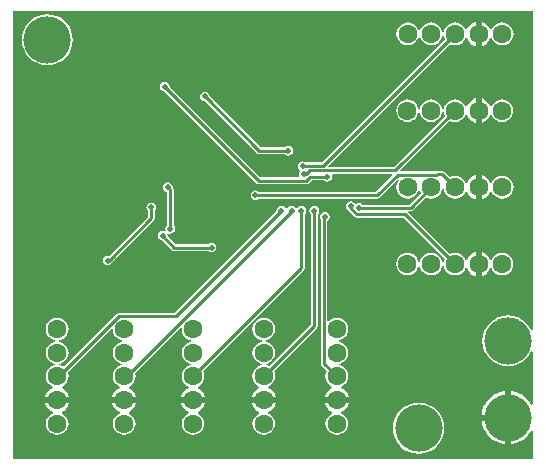
<source format=gbl>
G04 Layer_Physical_Order=2*
G04 Layer_Color=16711680*
%FSAX25Y25*%
%MOIN*%
G70*
G01*
G75*
%ADD26C,0.01000*%
%ADD29C,0.15748*%
%ADD30C,0.06300*%
%ADD31C,0.02000*%
G36*
X0437378Y0151250D02*
X0436878Y0151125D01*
X0436214Y0152368D01*
X0435155Y0153659D01*
X0433864Y0154718D01*
X0432392Y0155505D01*
X0430795Y0155989D01*
X0429134Y0156153D01*
X0427473Y0155989D01*
X0425875Y0155505D01*
X0424403Y0154718D01*
X0423113Y0153659D01*
X0422054Y0152368D01*
X0421267Y0150896D01*
X0420783Y0149299D01*
X0420619Y0147638D01*
X0420783Y0145977D01*
X0421267Y0144379D01*
X0422054Y0142907D01*
X0423113Y0141617D01*
X0424403Y0140558D01*
X0425875Y0139771D01*
X0427473Y0139286D01*
X0429134Y0139123D01*
X0430795Y0139286D01*
X0432392Y0139771D01*
X0433864Y0140558D01*
X0435155Y0141617D01*
X0436214Y0142907D01*
X0436878Y0144150D01*
X0437378Y0144025D01*
Y0126508D01*
X0436878Y0126383D01*
X0436548Y0127001D01*
X0435439Y0128352D01*
X0434088Y0129461D01*
X0432546Y0130285D01*
X0430873Y0130793D01*
X0430134Y0130866D01*
Y0122047D01*
Y0113229D01*
X0430873Y0113302D01*
X0432546Y0113809D01*
X0434088Y0114633D01*
X0435439Y0115742D01*
X0436548Y0117093D01*
X0436878Y0117711D01*
X0437378Y0117586D01*
Y0108322D01*
X0264122D01*
Y0257478D01*
X0437378D01*
Y0151250D01*
D02*
G37*
%LPC*%
G36*
X0376101Y0126953D02*
X0372047D01*
X0367993D01*
X0368004Y0126869D01*
X0368422Y0125860D01*
X0369087Y0124993D01*
X0369954Y0124328D01*
X0370577Y0124070D01*
Y0123529D01*
X0370156Y0123354D01*
X0369373Y0122753D01*
X0368772Y0121970D01*
X0368394Y0121058D01*
X0368265Y0120079D01*
X0368394Y0119100D01*
X0368772Y0118188D01*
X0369373Y0117404D01*
X0370156Y0116803D01*
X0371068Y0116425D01*
X0372047Y0116296D01*
X0373026Y0116425D01*
X0373938Y0116803D01*
X0374722Y0117404D01*
X0375323Y0118188D01*
X0375701Y0119100D01*
X0375830Y0120079D01*
X0375701Y0121058D01*
X0375323Y0121970D01*
X0374722Y0122753D01*
X0373938Y0123354D01*
X0373518Y0123529D01*
Y0124070D01*
X0374140Y0124328D01*
X0375007Y0124993D01*
X0375672Y0125860D01*
X0376090Y0126869D01*
X0376101Y0126953D01*
D02*
G37*
G36*
X0351724D02*
X0347669D01*
X0343615D01*
X0343626Y0126869D01*
X0344044Y0125860D01*
X0344710Y0124993D01*
X0345577Y0124328D01*
X0346199Y0124070D01*
Y0123529D01*
X0345778Y0123354D01*
X0344995Y0122753D01*
X0344394Y0121970D01*
X0344016Y0121058D01*
X0343887Y0120079D01*
X0344016Y0119100D01*
X0344394Y0118188D01*
X0344995Y0117404D01*
X0345778Y0116803D01*
X0346691Y0116425D01*
X0347669Y0116296D01*
X0348648Y0116425D01*
X0349561Y0116803D01*
X0350344Y0117404D01*
X0350945Y0118188D01*
X0351323Y0119100D01*
X0351452Y0120079D01*
X0351323Y0121058D01*
X0350945Y0121970D01*
X0350344Y0122753D01*
X0349561Y0123354D01*
X0349140Y0123529D01*
Y0124070D01*
X0349762Y0124328D01*
X0350629Y0124993D01*
X0351294Y0125860D01*
X0351713Y0126869D01*
X0351724Y0126953D01*
D02*
G37*
G36*
X0428134Y0130866D02*
X0427394Y0130793D01*
X0425722Y0130285D01*
X0424180Y0129461D01*
X0422829Y0128352D01*
X0421720Y0127001D01*
X0420896Y0125460D01*
X0420388Y0123787D01*
X0420315Y0123047D01*
X0428134D01*
Y0130866D01*
D02*
G37*
G36*
X0364567Y0192576D02*
X0363943Y0192452D01*
X0363413Y0192098D01*
X0363060Y0191569D01*
X0362936Y0190945D01*
X0363060Y0190321D01*
X0363413Y0189791D01*
X0363445Y0189770D01*
Y0153189D01*
X0349418Y0139162D01*
X0348648Y0139480D01*
X0348311Y0139525D01*
Y0140029D01*
X0348648Y0140073D01*
X0349561Y0140451D01*
X0350344Y0141052D01*
X0350945Y0141836D01*
X0351323Y0142748D01*
X0351452Y0143727D01*
X0351323Y0144706D01*
X0350945Y0145618D01*
X0350344Y0146401D01*
X0349561Y0147002D01*
X0348648Y0147380D01*
X0348311Y0147425D01*
Y0147929D01*
X0348648Y0147973D01*
X0349561Y0148351D01*
X0350344Y0148952D01*
X0350945Y0149736D01*
X0351323Y0150648D01*
X0351452Y0151627D01*
X0351323Y0152606D01*
X0350945Y0153518D01*
X0350344Y0154301D01*
X0349561Y0154902D01*
X0348648Y0155280D01*
X0347669Y0155409D01*
X0346691Y0155280D01*
X0345778Y0154902D01*
X0344995Y0154301D01*
X0344394Y0153518D01*
X0344016Y0152606D01*
X0343887Y0151627D01*
X0344016Y0150648D01*
X0344394Y0149736D01*
X0344995Y0148952D01*
X0345778Y0148351D01*
X0346691Y0147973D01*
X0347027Y0147929D01*
Y0147425D01*
X0346691Y0147380D01*
X0345778Y0147002D01*
X0344995Y0146401D01*
X0344394Y0145618D01*
X0344016Y0144706D01*
X0343887Y0143727D01*
X0344016Y0142748D01*
X0344394Y0141836D01*
X0344995Y0141052D01*
X0345778Y0140451D01*
X0346691Y0140073D01*
X0347027Y0140029D01*
Y0139525D01*
X0346691Y0139480D01*
X0345778Y0139102D01*
X0344995Y0138501D01*
X0344394Y0137718D01*
X0344016Y0136806D01*
X0343887Y0135827D01*
X0344016Y0134848D01*
X0344394Y0133936D01*
X0344995Y0133152D01*
X0345778Y0132551D01*
X0346199Y0132377D01*
Y0131836D01*
X0345577Y0131578D01*
X0344710Y0130913D01*
X0344044Y0130046D01*
X0343626Y0129036D01*
X0343615Y0128953D01*
X0347669D01*
X0351724D01*
X0351713Y0129036D01*
X0351294Y0130046D01*
X0350629Y0130913D01*
X0349762Y0131578D01*
X0349140Y0131836D01*
Y0132377D01*
X0349561Y0132551D01*
X0350344Y0133152D01*
X0350945Y0133936D01*
X0351323Y0134848D01*
X0351452Y0135827D01*
X0351323Y0136806D01*
X0351004Y0137575D01*
X0365360Y0151931D01*
X0365360Y0151931D01*
X0365603Y0152295D01*
X0365688Y0152724D01*
X0365688Y0152724D01*
Y0189770D01*
X0365721Y0189791D01*
X0366074Y0190321D01*
X0366198Y0190945D01*
X0366074Y0191569D01*
X0365721Y0192098D01*
X0365191Y0192452D01*
X0364567Y0192576D01*
D02*
G37*
G36*
X0368112Y0190610D02*
X0367488Y0190486D01*
X0366959Y0190132D01*
X0366605Y0189603D01*
X0366481Y0188979D01*
X0366605Y0188355D01*
X0366676Y0188249D01*
Y0140077D01*
X0366676Y0140077D01*
X0366761Y0139648D01*
X0367004Y0139284D01*
X0368712Y0137575D01*
X0368394Y0136806D01*
X0368265Y0135827D01*
X0368394Y0134848D01*
X0368772Y0133936D01*
X0369373Y0133152D01*
X0370156Y0132551D01*
X0370577Y0132377D01*
Y0131836D01*
X0369954Y0131578D01*
X0369087Y0130913D01*
X0368422Y0130046D01*
X0368004Y0129036D01*
X0367993Y0128953D01*
X0372047D01*
X0376101D01*
X0376090Y0129036D01*
X0375672Y0130046D01*
X0375007Y0130913D01*
X0374140Y0131578D01*
X0373518Y0131836D01*
Y0132377D01*
X0373938Y0132551D01*
X0374722Y0133152D01*
X0375323Y0133936D01*
X0375701Y0134848D01*
X0375830Y0135827D01*
X0375701Y0136806D01*
X0375323Y0137718D01*
X0374722Y0138501D01*
X0373938Y0139102D01*
X0373026Y0139480D01*
X0372689Y0139525D01*
Y0140029D01*
X0373026Y0140073D01*
X0373938Y0140451D01*
X0374722Y0141052D01*
X0375323Y0141836D01*
X0375701Y0142748D01*
X0375830Y0143727D01*
X0375701Y0144706D01*
X0375323Y0145618D01*
X0374722Y0146401D01*
X0373938Y0147002D01*
X0373026Y0147380D01*
X0372689Y0147425D01*
Y0147929D01*
X0373026Y0147973D01*
X0373938Y0148351D01*
X0374722Y0148952D01*
X0375323Y0149736D01*
X0375701Y0150648D01*
X0375830Y0151627D01*
X0375701Y0152606D01*
X0375323Y0153518D01*
X0374722Y0154301D01*
X0373938Y0154902D01*
X0373026Y0155280D01*
X0372047Y0155409D01*
X0371068Y0155280D01*
X0370156Y0154902D01*
X0369419Y0154337D01*
X0369040Y0154414D01*
X0368919Y0154455D01*
Y0187593D01*
X0369266Y0187826D01*
X0369620Y0188355D01*
X0369744Y0188979D01*
X0369620Y0189603D01*
X0369266Y0190132D01*
X0368737Y0190486D01*
X0368112Y0190610D01*
D02*
G37*
G36*
X0428134Y0121047D02*
X0420315D01*
X0420388Y0120308D01*
X0420896Y0118635D01*
X0421720Y0117093D01*
X0422829Y0115742D01*
X0424180Y0114633D01*
X0425722Y0113809D01*
X0427394Y0113302D01*
X0428134Y0113229D01*
Y0121047D01*
D02*
G37*
G36*
X0399300Y0127015D02*
X0397639Y0126851D01*
X0396041Y0126367D01*
X0394569Y0125580D01*
X0393279Y0124521D01*
X0392220Y0123231D01*
X0391433Y0121758D01*
X0390949Y0120161D01*
X0390785Y0118500D01*
X0390949Y0116839D01*
X0391433Y0115242D01*
X0392220Y0113769D01*
X0393279Y0112479D01*
X0394569Y0111420D01*
X0396041Y0110633D01*
X0397639Y0110149D01*
X0399300Y0109985D01*
X0400961Y0110149D01*
X0402559Y0110633D01*
X0404031Y0111420D01*
X0405321Y0112479D01*
X0406380Y0113769D01*
X0407167Y0115242D01*
X0407651Y0116839D01*
X0407815Y0118500D01*
X0407651Y0120161D01*
X0407167Y0121758D01*
X0406380Y0123231D01*
X0405321Y0124521D01*
X0404031Y0125580D01*
X0402559Y0126367D01*
X0400961Y0126851D01*
X0399300Y0127015D01*
D02*
G37*
G36*
X0282918Y0126953D02*
X0278864D01*
X0274810D01*
X0274821Y0126869D01*
X0275239Y0125860D01*
X0275904Y0124993D01*
X0276771Y0124328D01*
X0277394Y0124070D01*
Y0123529D01*
X0276973Y0123354D01*
X0276190Y0122753D01*
X0275588Y0121970D01*
X0275211Y0121058D01*
X0275082Y0120079D01*
X0275211Y0119100D01*
X0275588Y0118188D01*
X0276190Y0117404D01*
X0276973Y0116803D01*
X0277885Y0116425D01*
X0278864Y0116296D01*
X0279843Y0116425D01*
X0280755Y0116803D01*
X0281539Y0117404D01*
X0282140Y0118188D01*
X0282518Y0119100D01*
X0282646Y0120079D01*
X0282518Y0121058D01*
X0282140Y0121970D01*
X0281539Y0122753D01*
X0280755Y0123354D01*
X0280334Y0123529D01*
Y0124070D01*
X0280957Y0124328D01*
X0281824Y0124993D01*
X0282489Y0125860D01*
X0282907Y0126869D01*
X0282918Y0126953D01*
D02*
G37*
G36*
X0328224Y0126953D02*
X0324169D01*
X0320115D01*
X0320126Y0126869D01*
X0320544Y0125860D01*
X0321210Y0124993D01*
X0322077Y0124328D01*
X0322699Y0124070D01*
Y0123529D01*
X0322278Y0123354D01*
X0321495Y0122753D01*
X0320894Y0121970D01*
X0320516Y0121058D01*
X0320387Y0120079D01*
X0320516Y0119100D01*
X0320894Y0118188D01*
X0321495Y0117404D01*
X0322278Y0116803D01*
X0323190Y0116425D01*
X0324169Y0116296D01*
X0325148Y0116425D01*
X0326061Y0116803D01*
X0326844Y0117404D01*
X0327445Y0118188D01*
X0327823Y0119100D01*
X0327952Y0120079D01*
X0327823Y0121058D01*
X0327445Y0121970D01*
X0326844Y0122753D01*
X0326061Y0123354D01*
X0325640Y0123529D01*
Y0124070D01*
X0326262Y0124328D01*
X0327129Y0124993D01*
X0327794Y0125860D01*
X0328213Y0126869D01*
X0328224Y0126953D01*
D02*
G37*
G36*
X0305235D02*
X0301181D01*
X0297127D01*
X0297138Y0126869D01*
X0297556Y0125860D01*
X0298221Y0124993D01*
X0299088Y0124328D01*
X0299711Y0124070D01*
Y0123529D01*
X0299290Y0123354D01*
X0298507Y0122753D01*
X0297906Y0121970D01*
X0297528Y0121058D01*
X0297399Y0120079D01*
X0297528Y0119100D01*
X0297906Y0118188D01*
X0298507Y0117404D01*
X0299290Y0116803D01*
X0300202Y0116425D01*
X0301181Y0116296D01*
X0302160Y0116425D01*
X0303072Y0116803D01*
X0303856Y0117404D01*
X0304457Y0118188D01*
X0304835Y0119100D01*
X0304964Y0120079D01*
X0304835Y0121058D01*
X0304457Y0121970D01*
X0303856Y0122753D01*
X0303072Y0123354D01*
X0302652Y0123529D01*
Y0124070D01*
X0303274Y0124328D01*
X0304141Y0124993D01*
X0304806Y0125860D01*
X0305224Y0126869D01*
X0305235Y0126953D01*
D02*
G37*
G36*
X0328110Y0230726D02*
X0327486Y0230602D01*
X0326957Y0230248D01*
X0326603Y0229719D01*
X0326479Y0229095D01*
X0326603Y0228470D01*
X0326957Y0227941D01*
X0327486Y0227587D01*
X0328110Y0227463D01*
X0328148Y0227471D01*
X0345388Y0210231D01*
X0345388Y0210231D01*
X0345752Y0209987D01*
X0346181Y0209902D01*
X0354731D01*
X0354752Y0209870D01*
X0355281Y0209516D01*
X0355906Y0209392D01*
X0356530Y0209516D01*
X0357059Y0209870D01*
X0357413Y0210399D01*
X0357537Y0211024D01*
X0357413Y0211648D01*
X0357059Y0212177D01*
X0356530Y0212531D01*
X0355906Y0212655D01*
X0355281Y0212531D01*
X0354752Y0212177D01*
X0354731Y0212145D01*
X0346645D01*
X0329734Y0229057D01*
X0329741Y0229095D01*
X0329617Y0229719D01*
X0329264Y0230248D01*
X0328734Y0230602D01*
X0328110Y0230726D01*
D02*
G37*
G36*
X0420317Y0202873D02*
Y0198819D01*
Y0194765D01*
X0420401Y0194776D01*
X0421410Y0195194D01*
X0422277Y0195859D01*
X0422942Y0196726D01*
X0423200Y0197349D01*
X0423741D01*
X0423916Y0196928D01*
X0424517Y0196144D01*
X0425300Y0195543D01*
X0426212Y0195166D01*
X0427191Y0195037D01*
X0428170Y0195166D01*
X0429083Y0195543D01*
X0429866Y0196144D01*
X0430467Y0196928D01*
X0430845Y0197840D01*
X0430974Y0198819D01*
X0430845Y0199798D01*
X0430467Y0200710D01*
X0429866Y0201494D01*
X0429083Y0202095D01*
X0428170Y0202472D01*
X0427191Y0202601D01*
X0426212Y0202472D01*
X0425300Y0202095D01*
X0424517Y0201494D01*
X0423916Y0200710D01*
X0423741Y0200289D01*
X0423200D01*
X0422942Y0200912D01*
X0422277Y0201779D01*
X0421410Y0202444D01*
X0420401Y0202862D01*
X0420317Y0202873D01*
D02*
G37*
G36*
X0420291Y0228464D02*
Y0224409D01*
Y0220355D01*
X0420375Y0220366D01*
X0421384Y0220784D01*
X0422251Y0221450D01*
X0422916Y0222317D01*
X0423174Y0222939D01*
X0423715D01*
X0423890Y0222518D01*
X0424491Y0221735D01*
X0425274Y0221134D01*
X0426186Y0220756D01*
X0427165Y0220627D01*
X0428144Y0220756D01*
X0429057Y0221134D01*
X0429840Y0221735D01*
X0430441Y0222518D01*
X0430819Y0223430D01*
X0430948Y0224409D01*
X0430819Y0225388D01*
X0430441Y0226301D01*
X0429840Y0227084D01*
X0429057Y0227685D01*
X0428144Y0228063D01*
X0427165Y0228192D01*
X0426186Y0228063D01*
X0425274Y0227685D01*
X0424491Y0227084D01*
X0423890Y0226301D01*
X0423715Y0225880D01*
X0423174D01*
X0422916Y0226502D01*
X0422251Y0227369D01*
X0421384Y0228034D01*
X0420375Y0228453D01*
X0420291Y0228464D01*
D02*
G37*
G36*
X0420317Y0254054D02*
Y0250000D01*
Y0245946D01*
X0420401Y0245957D01*
X0421410Y0246375D01*
X0422277Y0247040D01*
X0422942Y0247907D01*
X0423200Y0248530D01*
X0423741D01*
X0423916Y0248109D01*
X0424517Y0247325D01*
X0425300Y0246724D01*
X0426212Y0246346D01*
X0427191Y0246218D01*
X0428170Y0246346D01*
X0429083Y0246724D01*
X0429866Y0247325D01*
X0430467Y0248109D01*
X0430845Y0249021D01*
X0430974Y0250000D01*
X0430845Y0250979D01*
X0430467Y0251891D01*
X0429866Y0252675D01*
X0429083Y0253276D01*
X0428170Y0253654D01*
X0427191Y0253782D01*
X0426212Y0253654D01*
X0425300Y0253276D01*
X0424517Y0252675D01*
X0423916Y0251891D01*
X0423741Y0251470D01*
X0423200D01*
X0422942Y0252093D01*
X0422277Y0252960D01*
X0421410Y0253625D01*
X0420401Y0254043D01*
X0420317Y0254054D01*
D02*
G37*
G36*
X0275590Y0256546D02*
X0273929Y0256383D01*
X0272332Y0255898D01*
X0270860Y0255112D01*
X0269569Y0254052D01*
X0268511Y0252762D01*
X0267724Y0251290D01*
X0267239Y0249693D01*
X0267075Y0248031D01*
X0267239Y0246370D01*
X0267724Y0244773D01*
X0268511Y0243301D01*
X0269569Y0242010D01*
X0270860Y0240951D01*
X0272332Y0240165D01*
X0273929Y0239680D01*
X0275590Y0239516D01*
X0277252Y0239680D01*
X0278849Y0240165D01*
X0280321Y0240951D01*
X0281612Y0242010D01*
X0282670Y0243301D01*
X0283457Y0244773D01*
X0283942Y0246370D01*
X0284106Y0248031D01*
X0283942Y0249693D01*
X0283457Y0251290D01*
X0282670Y0252762D01*
X0281612Y0254052D01*
X0280321Y0255112D01*
X0278849Y0255898D01*
X0277252Y0256383D01*
X0275590Y0256546D01*
D02*
G37*
G36*
X0420291Y0177283D02*
Y0173228D01*
Y0169174D01*
X0420375Y0169185D01*
X0421384Y0169603D01*
X0422251Y0170269D01*
X0422916Y0171135D01*
X0423174Y0171758D01*
X0423715D01*
X0423890Y0171337D01*
X0424491Y0170554D01*
X0425274Y0169953D01*
X0426186Y0169575D01*
X0427165Y0169446D01*
X0428144Y0169575D01*
X0429057Y0169953D01*
X0429840Y0170554D01*
X0430441Y0171337D01*
X0430819Y0172249D01*
X0430948Y0173228D01*
X0430819Y0174207D01*
X0430441Y0175120D01*
X0429840Y0175903D01*
X0429057Y0176504D01*
X0428144Y0176882D01*
X0427165Y0177011D01*
X0426186Y0176882D01*
X0425274Y0176504D01*
X0424491Y0175903D01*
X0423890Y0175120D01*
X0423715Y0174699D01*
X0423174D01*
X0422916Y0175321D01*
X0422251Y0176188D01*
X0421384Y0176853D01*
X0420375Y0177272D01*
X0420291Y0177283D01*
D02*
G37*
G36*
X0418317Y0254054D02*
X0418234Y0254043D01*
X0417225Y0253625D01*
X0416358Y0252960D01*
X0415692Y0252093D01*
X0415435Y0251470D01*
X0414893D01*
X0414719Y0251891D01*
X0414118Y0252675D01*
X0413335Y0253276D01*
X0412422Y0253654D01*
X0411443Y0253782D01*
X0410464Y0253654D01*
X0409552Y0253276D01*
X0408769Y0252675D01*
X0408168Y0251891D01*
X0407790Y0250979D01*
X0407746Y0250642D01*
X0407241D01*
X0407197Y0250979D01*
X0406819Y0251891D01*
X0406218Y0252675D01*
X0405435Y0253276D01*
X0404522Y0253654D01*
X0403543Y0253782D01*
X0402564Y0253654D01*
X0401652Y0253276D01*
X0400869Y0252675D01*
X0400268Y0251891D01*
X0399890Y0250979D01*
X0399846Y0250642D01*
X0399341D01*
X0399297Y0250979D01*
X0398919Y0251891D01*
X0398318Y0252675D01*
X0397535Y0253276D01*
X0396622Y0253654D01*
X0395643Y0253782D01*
X0394664Y0253654D01*
X0393752Y0253276D01*
X0392969Y0252675D01*
X0392368Y0251891D01*
X0391990Y0250979D01*
X0391861Y0250000D01*
X0391990Y0249021D01*
X0392368Y0248109D01*
X0392969Y0247325D01*
X0393752Y0246724D01*
X0394664Y0246346D01*
X0395643Y0246218D01*
X0396622Y0246346D01*
X0397535Y0246724D01*
X0398318Y0247325D01*
X0398919Y0248109D01*
X0399297Y0249021D01*
X0399341Y0249358D01*
X0399846D01*
X0399890Y0249021D01*
X0400268Y0248109D01*
X0400869Y0247325D01*
X0401652Y0246724D01*
X0402564Y0246346D01*
X0403543Y0246218D01*
X0404522Y0246346D01*
X0405435Y0246724D01*
X0406218Y0247325D01*
X0406819Y0248109D01*
X0407197Y0249021D01*
X0407241Y0249358D01*
X0407746D01*
X0407790Y0249021D01*
X0408109Y0248251D01*
X0367041Y0207184D01*
X0361597D01*
X0361254Y0207413D01*
X0360630Y0207537D01*
X0360006Y0207413D01*
X0359476Y0207059D01*
X0359123Y0206530D01*
X0358999Y0205906D01*
X0359123Y0205281D01*
X0359476Y0204752D01*
X0359572Y0204688D01*
X0359870Y0204303D01*
X0359699Y0204047D01*
X0359516Y0203774D01*
X0359392Y0203150D01*
X0359487Y0202671D01*
X0359197Y0202171D01*
X0346462D01*
X0316388Y0232246D01*
X0316395Y0232283D01*
X0316271Y0232908D01*
X0315917Y0233437D01*
X0315388Y0233791D01*
X0314764Y0233915D01*
X0314139Y0233791D01*
X0313610Y0233437D01*
X0313257Y0232908D01*
X0313132Y0232283D01*
X0313257Y0231659D01*
X0313610Y0231130D01*
X0314139Y0230776D01*
X0314764Y0230652D01*
X0314802Y0230660D01*
X0345204Y0200257D01*
X0345205Y0200256D01*
X0345568Y0200013D01*
X0345998Y0199928D01*
X0345998Y0199928D01*
X0361893D01*
X0361894Y0199928D01*
X0362323Y0200013D01*
X0362686Y0200256D01*
X0363671Y0201241D01*
X0367723D01*
X0367744Y0201209D01*
X0368273Y0200855D01*
X0368898Y0200731D01*
X0369522Y0200855D01*
X0370051Y0201209D01*
X0370405Y0201738D01*
X0370529Y0202362D01*
X0370434Y0202841D01*
X0370724Y0203341D01*
X0390372D01*
X0390563Y0202879D01*
X0384935Y0197250D01*
X0346096D01*
X0346075Y0197282D01*
X0345545Y0197636D01*
X0344921Y0197760D01*
X0344297Y0197636D01*
X0343767Y0197282D01*
X0343414Y0196753D01*
X0343290Y0196128D01*
X0343414Y0195504D01*
X0343767Y0194975D01*
X0344297Y0194621D01*
X0344921Y0194497D01*
X0345545Y0194621D01*
X0346075Y0194975D01*
X0346096Y0195007D01*
X0385399D01*
X0385399Y0195007D01*
X0385828Y0195092D01*
X0386192Y0195335D01*
X0392300Y0201443D01*
X0392677Y0201113D01*
X0392368Y0200710D01*
X0391990Y0199798D01*
X0391861Y0198819D01*
X0391990Y0197840D01*
X0392368Y0196928D01*
X0392969Y0196144D01*
X0393752Y0195543D01*
X0394664Y0195166D01*
X0395643Y0195037D01*
X0396622Y0195166D01*
X0397535Y0195543D01*
X0398318Y0196144D01*
X0398919Y0196928D01*
X0399297Y0197840D01*
X0399341Y0198177D01*
X0399846D01*
X0399890Y0197840D01*
X0400209Y0197070D01*
X0396189Y0193051D01*
X0380702D01*
X0380681Y0193083D01*
X0380152Y0193436D01*
X0379527Y0193561D01*
X0378903Y0193436D01*
X0378720Y0193314D01*
X0378313Y0193157D01*
X0378079Y0193441D01*
X0377924Y0193673D01*
X0377395Y0194027D01*
X0376771Y0194151D01*
X0376147Y0194027D01*
X0375617Y0193673D01*
X0375264Y0193144D01*
X0375140Y0192519D01*
X0375264Y0191895D01*
X0375617Y0191366D01*
X0375735Y0191287D01*
X0375735Y0191287D01*
X0375978Y0190923D01*
X0377865Y0189036D01*
X0377865Y0189036D01*
X0378228Y0188793D01*
X0378658Y0188708D01*
X0378658Y0188708D01*
X0394352D01*
X0408083Y0174977D01*
X0407764Y0174207D01*
X0407720Y0173870D01*
X0407215D01*
X0407171Y0174207D01*
X0406793Y0175120D01*
X0406192Y0175903D01*
X0405409Y0176504D01*
X0404496Y0176882D01*
X0403517Y0177011D01*
X0402538Y0176882D01*
X0401626Y0176504D01*
X0400843Y0175903D01*
X0400242Y0175120D01*
X0399864Y0174207D01*
X0399820Y0173870D01*
X0399315D01*
X0399271Y0174207D01*
X0398893Y0175120D01*
X0398292Y0175903D01*
X0397509Y0176504D01*
X0396596Y0176882D01*
X0395617Y0177011D01*
X0394638Y0176882D01*
X0393726Y0176504D01*
X0392943Y0175903D01*
X0392342Y0175120D01*
X0391964Y0174207D01*
X0391835Y0173228D01*
X0391964Y0172249D01*
X0392342Y0171337D01*
X0392943Y0170554D01*
X0393726Y0169953D01*
X0394638Y0169575D01*
X0395617Y0169446D01*
X0396596Y0169575D01*
X0397509Y0169953D01*
X0398292Y0170554D01*
X0398893Y0171337D01*
X0399271Y0172249D01*
X0399315Y0172586D01*
X0399820D01*
X0399864Y0172249D01*
X0400242Y0171337D01*
X0400843Y0170554D01*
X0401626Y0169953D01*
X0402538Y0169575D01*
X0403517Y0169446D01*
X0404496Y0169575D01*
X0405409Y0169953D01*
X0406192Y0170554D01*
X0406793Y0171337D01*
X0407171Y0172249D01*
X0407215Y0172586D01*
X0407720D01*
X0407764Y0172249D01*
X0408142Y0171337D01*
X0408743Y0170554D01*
X0409526Y0169953D01*
X0410438Y0169575D01*
X0411417Y0169446D01*
X0412396Y0169575D01*
X0413309Y0169953D01*
X0414092Y0170554D01*
X0414693Y0171337D01*
X0414867Y0171758D01*
X0415409D01*
X0415666Y0171135D01*
X0416332Y0170269D01*
X0417199Y0169603D01*
X0418208Y0169185D01*
X0418291Y0169174D01*
Y0173228D01*
Y0177283D01*
X0418208Y0177272D01*
X0417199Y0176853D01*
X0416332Y0176188D01*
X0415666Y0175321D01*
X0415409Y0174699D01*
X0414867D01*
X0414693Y0175120D01*
X0414092Y0175903D01*
X0413309Y0176504D01*
X0412396Y0176882D01*
X0411417Y0177011D01*
X0410438Y0176882D01*
X0409669Y0176563D01*
X0395924Y0190308D01*
X0396131Y0190808D01*
X0396654D01*
X0396654Y0190808D01*
X0397083Y0190893D01*
X0397447Y0191136D01*
X0401795Y0195484D01*
X0402564Y0195166D01*
X0403543Y0195037D01*
X0404522Y0195166D01*
X0405435Y0195543D01*
X0406218Y0196144D01*
X0406819Y0196928D01*
X0407197Y0197840D01*
X0407241Y0198177D01*
X0407746D01*
X0407790Y0197840D01*
X0408168Y0196928D01*
X0408769Y0196144D01*
X0409552Y0195543D01*
X0410464Y0195166D01*
X0411443Y0195037D01*
X0412422Y0195166D01*
X0413335Y0195543D01*
X0414118Y0196144D01*
X0414719Y0196928D01*
X0414893Y0197349D01*
X0415435D01*
X0415692Y0196726D01*
X0416358Y0195859D01*
X0417225Y0195194D01*
X0418234Y0194776D01*
X0418317Y0194765D01*
Y0198819D01*
Y0202873D01*
X0418234Y0202862D01*
X0417225Y0202444D01*
X0416358Y0201779D01*
X0415692Y0200912D01*
X0415435Y0200289D01*
X0414893D01*
X0414719Y0200710D01*
X0414118Y0201494D01*
X0413335Y0202095D01*
X0412422Y0202472D01*
X0411443Y0202601D01*
X0410464Y0202472D01*
X0409695Y0202154D01*
X0407906Y0203943D01*
X0407542Y0204186D01*
X0407113Y0204271D01*
X0407113Y0204271D01*
X0405512D01*
X0405512Y0204271D01*
X0405106Y0204191D01*
X0393438D01*
X0393247Y0204653D01*
X0409669Y0221075D01*
X0410438Y0220756D01*
X0411417Y0220627D01*
X0412396Y0220756D01*
X0413309Y0221134D01*
X0414092Y0221735D01*
X0414693Y0222518D01*
X0414867Y0222939D01*
X0415409D01*
X0415666Y0222317D01*
X0416332Y0221450D01*
X0417199Y0220784D01*
X0418208Y0220366D01*
X0418291Y0220355D01*
Y0224409D01*
Y0228464D01*
X0418208Y0228453D01*
X0417199Y0228034D01*
X0416332Y0227369D01*
X0415666Y0226502D01*
X0415409Y0225880D01*
X0414867D01*
X0414693Y0226301D01*
X0414092Y0227084D01*
X0413309Y0227685D01*
X0412396Y0228063D01*
X0411417Y0228192D01*
X0410438Y0228063D01*
X0409526Y0227685D01*
X0408743Y0227084D01*
X0408142Y0226301D01*
X0407764Y0225388D01*
X0407720Y0225051D01*
X0407215D01*
X0407171Y0225388D01*
X0406793Y0226301D01*
X0406192Y0227084D01*
X0405409Y0227685D01*
X0404496Y0228063D01*
X0403517Y0228192D01*
X0402538Y0228063D01*
X0401626Y0227685D01*
X0400843Y0227084D01*
X0400242Y0226301D01*
X0399864Y0225388D01*
X0399820Y0225051D01*
X0399315D01*
X0399271Y0225388D01*
X0398893Y0226301D01*
X0398292Y0227084D01*
X0397509Y0227685D01*
X0396596Y0228063D01*
X0395617Y0228192D01*
X0394638Y0228063D01*
X0393726Y0227685D01*
X0392943Y0227084D01*
X0392342Y0226301D01*
X0391964Y0225388D01*
X0391835Y0224409D01*
X0391964Y0223430D01*
X0392342Y0222518D01*
X0392943Y0221735D01*
X0393726Y0221134D01*
X0394638Y0220756D01*
X0395617Y0220627D01*
X0396596Y0220756D01*
X0397509Y0221134D01*
X0398292Y0221735D01*
X0398893Y0222518D01*
X0399271Y0223430D01*
X0399315Y0223767D01*
X0399820D01*
X0399864Y0223430D01*
X0400242Y0222518D01*
X0400843Y0221735D01*
X0401626Y0221134D01*
X0402538Y0220756D01*
X0403517Y0220627D01*
X0404496Y0220756D01*
X0405409Y0221134D01*
X0406192Y0221735D01*
X0406793Y0222518D01*
X0407171Y0223430D01*
X0407215Y0223767D01*
X0407720D01*
X0407764Y0223430D01*
X0408083Y0222661D01*
X0391006Y0205584D01*
X0369267D01*
X0369075Y0206046D01*
X0409695Y0246665D01*
X0410464Y0246346D01*
X0411443Y0246218D01*
X0412422Y0246346D01*
X0413335Y0246724D01*
X0414118Y0247325D01*
X0414719Y0248109D01*
X0414893Y0248530D01*
X0415435D01*
X0415692Y0247907D01*
X0416358Y0247040D01*
X0417225Y0246375D01*
X0418234Y0245957D01*
X0418317Y0245946D01*
Y0250000D01*
Y0254054D01*
D02*
G37*
G36*
X0310236Y0193757D02*
X0309612Y0193633D01*
X0309083Y0193280D01*
X0308729Y0192750D01*
X0308605Y0192126D01*
X0308729Y0191502D01*
X0309083Y0190972D01*
X0309115Y0190951D01*
Y0189047D01*
X0296030Y0175962D01*
X0295636Y0176041D01*
X0295012Y0175917D01*
X0294483Y0175563D01*
X0294129Y0175034D01*
X0294005Y0174409D01*
X0294129Y0173785D01*
X0294483Y0173256D01*
X0295012Y0172902D01*
X0295636Y0172778D01*
X0296261Y0172902D01*
X0296790Y0173256D01*
X0297144Y0173785D01*
X0297173Y0173933D01*
X0311029Y0187790D01*
X0311029Y0187790D01*
X0311272Y0188154D01*
X0311358Y0188583D01*
Y0190951D01*
X0311390Y0190972D01*
X0311743Y0191502D01*
X0311868Y0192126D01*
X0311743Y0192750D01*
X0311390Y0193280D01*
X0310860Y0193633D01*
X0310236Y0193757D01*
D02*
G37*
G36*
X0360236Y0192576D02*
X0359612Y0192452D01*
X0359083Y0192098D01*
X0358962Y0191918D01*
X0358361D01*
X0358240Y0192098D01*
X0357711Y0192452D01*
X0357087Y0192576D01*
X0356462Y0192452D01*
X0355933Y0192098D01*
X0355579Y0191569D01*
X0355570Y0191521D01*
X0355060D01*
X0355050Y0191569D01*
X0354697Y0192098D01*
X0354168Y0192452D01*
X0353543Y0192576D01*
X0352919Y0192452D01*
X0352390Y0192098D01*
X0352036Y0191569D01*
X0351912Y0190945D01*
X0351920Y0190907D01*
X0318011Y0156998D01*
X0299421D01*
X0298992Y0156913D01*
X0298628Y0156670D01*
X0298628Y0156670D01*
X0280928Y0138970D01*
X0280755Y0139102D01*
X0279843Y0139480D01*
X0279506Y0139525D01*
Y0140029D01*
X0279843Y0140073D01*
X0280755Y0140451D01*
X0281539Y0141052D01*
X0282140Y0141836D01*
X0282518Y0142748D01*
X0282646Y0143727D01*
X0282518Y0144706D01*
X0282140Y0145618D01*
X0281539Y0146401D01*
X0280755Y0147002D01*
X0279843Y0147380D01*
X0279506Y0147425D01*
Y0147929D01*
X0279843Y0147973D01*
X0280755Y0148351D01*
X0281539Y0148952D01*
X0282140Y0149736D01*
X0282518Y0150648D01*
X0282646Y0151627D01*
X0282518Y0152606D01*
X0282140Y0153518D01*
X0281539Y0154301D01*
X0280755Y0154902D01*
X0279843Y0155280D01*
X0278864Y0155409D01*
X0277885Y0155280D01*
X0276973Y0154902D01*
X0276190Y0154301D01*
X0275588Y0153518D01*
X0275211Y0152606D01*
X0275082Y0151627D01*
X0275211Y0150648D01*
X0275588Y0149736D01*
X0276190Y0148952D01*
X0276973Y0148351D01*
X0277885Y0147973D01*
X0278222Y0147929D01*
Y0147425D01*
X0277885Y0147380D01*
X0276973Y0147002D01*
X0276190Y0146401D01*
X0275588Y0145618D01*
X0275211Y0144706D01*
X0275082Y0143727D01*
X0275211Y0142748D01*
X0275588Y0141836D01*
X0276190Y0141052D01*
X0276973Y0140451D01*
X0277885Y0140073D01*
X0278222Y0140029D01*
Y0139525D01*
X0277885Y0139480D01*
X0276973Y0139102D01*
X0276190Y0138501D01*
X0275588Y0137718D01*
X0275211Y0136806D01*
X0275082Y0135827D01*
X0275211Y0134848D01*
X0275588Y0133936D01*
X0276190Y0133152D01*
X0276973Y0132551D01*
X0277394Y0132377D01*
Y0131836D01*
X0276771Y0131578D01*
X0275904Y0130913D01*
X0275239Y0130046D01*
X0274821Y0129036D01*
X0274810Y0128953D01*
X0278864D01*
X0282918D01*
X0282907Y0129036D01*
X0282489Y0130046D01*
X0281824Y0130913D01*
X0280957Y0131578D01*
X0280334Y0131836D01*
Y0132377D01*
X0280755Y0132551D01*
X0281539Y0133152D01*
X0282140Y0133936D01*
X0282518Y0134848D01*
X0282646Y0135827D01*
X0282518Y0136806D01*
X0282347Y0137217D01*
X0296969Y0151839D01*
X0297084Y0151782D01*
X0297406Y0151569D01*
X0297528Y0150648D01*
X0297906Y0149736D01*
X0298507Y0148952D01*
X0299290Y0148351D01*
X0300202Y0147973D01*
X0300539Y0147929D01*
Y0147425D01*
X0300202Y0147380D01*
X0299290Y0147002D01*
X0298507Y0146401D01*
X0297906Y0145618D01*
X0297528Y0144706D01*
X0297399Y0143727D01*
X0297528Y0142748D01*
X0297906Y0141836D01*
X0298507Y0141052D01*
X0299290Y0140451D01*
X0300202Y0140073D01*
X0300539Y0140029D01*
Y0139525D01*
X0300202Y0139480D01*
X0299290Y0139102D01*
X0298507Y0138501D01*
X0297906Y0137718D01*
X0297528Y0136806D01*
X0297399Y0135827D01*
X0297528Y0134848D01*
X0297906Y0133936D01*
X0298507Y0133152D01*
X0299290Y0132551D01*
X0299711Y0132377D01*
Y0131836D01*
X0299088Y0131578D01*
X0298221Y0130913D01*
X0297556Y0130046D01*
X0297138Y0129036D01*
X0297127Y0128953D01*
X0301181D01*
X0305235D01*
X0305224Y0129036D01*
X0304806Y0130046D01*
X0304141Y0130913D01*
X0303274Y0131578D01*
X0302652Y0131836D01*
Y0132377D01*
X0303072Y0132551D01*
X0303856Y0133152D01*
X0304457Y0133936D01*
X0304835Y0134848D01*
X0304964Y0135827D01*
X0304835Y0136806D01*
X0304747Y0137019D01*
X0319963Y0152235D01*
X0320436Y0152001D01*
X0320387Y0151627D01*
X0320516Y0150648D01*
X0320894Y0149736D01*
X0321495Y0148952D01*
X0322278Y0148351D01*
X0323190Y0147973D01*
X0323527Y0147929D01*
Y0147425D01*
X0323190Y0147380D01*
X0322278Y0147002D01*
X0321495Y0146401D01*
X0320894Y0145618D01*
X0320516Y0144706D01*
X0320387Y0143727D01*
X0320516Y0142748D01*
X0320894Y0141836D01*
X0321495Y0141052D01*
X0322278Y0140451D01*
X0323190Y0140073D01*
X0323527Y0140029D01*
Y0139525D01*
X0323190Y0139480D01*
X0322278Y0139102D01*
X0321495Y0138501D01*
X0320894Y0137718D01*
X0320516Y0136806D01*
X0320387Y0135827D01*
X0320516Y0134848D01*
X0320894Y0133936D01*
X0321495Y0133152D01*
X0322278Y0132551D01*
X0322699Y0132377D01*
Y0131836D01*
X0322077Y0131578D01*
X0321210Y0130913D01*
X0320544Y0130046D01*
X0320126Y0129036D01*
X0320115Y0128953D01*
X0324169D01*
X0328224D01*
X0328213Y0129036D01*
X0327794Y0130046D01*
X0327129Y0130913D01*
X0326262Y0131578D01*
X0325640Y0131836D01*
Y0132377D01*
X0326061Y0132551D01*
X0326844Y0133152D01*
X0327445Y0133936D01*
X0327823Y0134848D01*
X0327952Y0135827D01*
X0327823Y0136806D01*
X0327504Y0137575D01*
X0361029Y0171100D01*
X0361029Y0171101D01*
X0361272Y0171464D01*
X0361358Y0171894D01*
X0361358Y0171894D01*
Y0189770D01*
X0361390Y0189791D01*
X0361743Y0190321D01*
X0361868Y0190945D01*
X0361743Y0191569D01*
X0361390Y0192098D01*
X0360860Y0192452D01*
X0360236Y0192576D01*
D02*
G37*
G36*
X0315748Y0200450D02*
X0315124Y0200326D01*
X0314595Y0199972D01*
X0314241Y0199443D01*
X0314117Y0198819D01*
X0314241Y0198195D01*
X0314595Y0197665D01*
X0315124Y0197312D01*
X0315413Y0197254D01*
Y0186214D01*
X0315381Y0186193D01*
X0315028Y0185663D01*
X0314903Y0185039D01*
X0315005Y0184529D01*
X0314690Y0184236D01*
X0314602Y0184188D01*
X0313997Y0184309D01*
X0313373Y0184184D01*
X0312843Y0183831D01*
X0312490Y0183301D01*
X0312366Y0182677D01*
X0312490Y0182053D01*
X0312843Y0181524D01*
X0313373Y0181170D01*
X0313997Y0181046D01*
X0314035Y0181053D01*
X0317141Y0177947D01*
X0317141Y0177947D01*
X0317505Y0177704D01*
X0317934Y0177618D01*
X0329139D01*
X0329161Y0177586D01*
X0329690Y0177233D01*
X0330314Y0177108D01*
X0330939Y0177233D01*
X0331468Y0177586D01*
X0331821Y0178115D01*
X0331946Y0178740D01*
X0331821Y0179364D01*
X0331468Y0179893D01*
X0330939Y0180247D01*
X0330314Y0180371D01*
X0329690Y0180247D01*
X0329161Y0179893D01*
X0329139Y0179861D01*
X0318399D01*
X0315621Y0182640D01*
X0315628Y0182677D01*
X0315527Y0183187D01*
X0315841Y0183481D01*
X0315930Y0183528D01*
X0316535Y0183408D01*
X0317159Y0183532D01*
X0317688Y0183886D01*
X0318042Y0184415D01*
X0318166Y0185039D01*
X0318042Y0185663D01*
X0317688Y0186193D01*
X0317656Y0186214D01*
Y0198032D01*
X0317656Y0198032D01*
X0317571Y0198461D01*
X0317369Y0198764D01*
X0317379Y0198819D01*
X0317255Y0199443D01*
X0316902Y0199972D01*
X0316372Y0200326D01*
X0315748Y0200450D01*
D02*
G37*
%LPD*%
D26*
X0295636Y0174409D02*
X0296063D01*
X0310236Y0188583D01*
Y0192126D01*
X0278864Y0135827D02*
X0279371D01*
X0299421Y0155877D01*
X0318475D01*
X0353543Y0190945D01*
X0313997Y0182677D02*
X0317934Y0178740D01*
X0330314D01*
X0344921Y0196128D02*
X0385399D01*
X0361024Y0203150D02*
X0361731D01*
X0360630Y0205906D02*
X0360787Y0206062D01*
X0345998Y0201050D02*
X0361894D01*
X0363206Y0202362D01*
X0368898D01*
X0363043Y0204462D02*
X0391470D01*
X0360787Y0206062D02*
X0367506D01*
X0361731Y0203150D02*
X0363043Y0204462D01*
X0367506Y0206062D02*
X0411443Y0250000D01*
X0367797Y0188664D02*
X0368112Y0188979D01*
X0364567Y0152724D02*
Y0190945D01*
X0301181Y0135827D02*
X0301969D01*
X0357087Y0190945D01*
X0314764Y0232283D02*
X0345998Y0201050D01*
X0346181Y0211024D02*
X0355906D01*
X0385399Y0196128D02*
X0392340Y0203069D01*
X0360236Y0171894D02*
Y0190945D01*
X0324169Y0135827D02*
X0360236Y0171894D01*
X0347669Y0135827D02*
X0364567Y0152724D01*
X0367797Y0140077D02*
X0372047Y0135827D01*
X0367797Y0140077D02*
Y0188664D01*
X0376771Y0191716D02*
Y0192519D01*
X0379527Y0191929D02*
X0396654D01*
X0394817Y0189829D02*
X0411417Y0173228D01*
X0378658Y0189829D02*
X0394817D01*
X0376771Y0191716D02*
X0378658Y0189829D01*
X0316535Y0185039D02*
Y0198032D01*
X0315748Y0198819D02*
X0316535Y0198032D01*
X0407113Y0203150D02*
X0411443Y0198819D01*
X0405512Y0203150D02*
X0407113D01*
X0405431Y0203069D02*
X0405512Y0203150D01*
X0392340Y0203069D02*
X0405431D01*
X0396654Y0191929D02*
X0403543Y0198819D01*
X0391470Y0204462D02*
X0411417Y0224409D01*
X0328110Y0229095D02*
X0346181Y0211024D01*
D29*
X0429134Y0122047D02*
D03*
X0399300Y0118500D02*
D03*
X0275590Y0248031D02*
D03*
X0429134Y0147638D02*
D03*
D30*
X0395643Y0250000D02*
D03*
X0403543D02*
D03*
X0411443D02*
D03*
X0419317D02*
D03*
X0427191D02*
D03*
X0372047Y0151627D02*
D03*
Y0143727D02*
D03*
Y0135827D02*
D03*
Y0127953D02*
D03*
Y0120079D02*
D03*
X0395617Y0224409D02*
D03*
X0403517D02*
D03*
X0411417D02*
D03*
X0419291D02*
D03*
X0427165D02*
D03*
X0395643Y0198819D02*
D03*
X0403543D02*
D03*
X0411443D02*
D03*
X0419317D02*
D03*
X0427191D02*
D03*
X0395617Y0173228D02*
D03*
X0403517D02*
D03*
X0411417D02*
D03*
X0419291D02*
D03*
X0427165D02*
D03*
X0347669Y0151627D02*
D03*
Y0143727D02*
D03*
Y0135827D02*
D03*
Y0127953D02*
D03*
Y0120079D02*
D03*
X0324169Y0151627D02*
D03*
Y0143727D02*
D03*
Y0135827D02*
D03*
Y0127953D02*
D03*
Y0120079D02*
D03*
X0301181Y0151627D02*
D03*
Y0143727D02*
D03*
Y0135827D02*
D03*
Y0127953D02*
D03*
Y0120079D02*
D03*
X0278864Y0151627D02*
D03*
Y0143727D02*
D03*
Y0135827D02*
D03*
Y0127953D02*
D03*
Y0120079D02*
D03*
D31*
X0268106Y0170206D02*
D03*
X0270861Y0172962D02*
D03*
X0273617Y0175718D02*
D03*
X0276373Y0167450D02*
D03*
X0279129D02*
D03*
X0281885D02*
D03*
X0265350Y0172962D02*
D03*
X0268106Y0167450D02*
D03*
Y0175718D02*
D03*
Y0172962D02*
D03*
X0265350Y0167450D02*
D03*
Y0175718D02*
D03*
Y0170206D02*
D03*
X0273617Y0172962D02*
D03*
Y0170206D02*
D03*
X0270861Y0167450D02*
D03*
Y0170206D02*
D03*
Y0175718D02*
D03*
X0276373Y0170206D02*
D03*
Y0172962D02*
D03*
X0273617Y0167450D02*
D03*
X0276373Y0175718D02*
D03*
X0281885D02*
D03*
Y0172962D02*
D03*
Y0170206D02*
D03*
X0279129Y0175718D02*
D03*
Y0172962D02*
D03*
Y0170206D02*
D03*
X0269721Y0228656D02*
D03*
X0272476Y0231412D02*
D03*
X0275232Y0234168D02*
D03*
X0277988Y0225900D02*
D03*
X0280744D02*
D03*
X0283500D02*
D03*
X0266965Y0231412D02*
D03*
X0269721Y0225900D02*
D03*
Y0234168D02*
D03*
Y0231412D02*
D03*
X0266965Y0225900D02*
D03*
Y0234168D02*
D03*
Y0228656D02*
D03*
X0275232Y0231412D02*
D03*
Y0228656D02*
D03*
X0272476Y0225900D02*
D03*
Y0228656D02*
D03*
Y0234168D02*
D03*
X0277988Y0228656D02*
D03*
Y0231412D02*
D03*
X0275232Y0225900D02*
D03*
X0277988Y0234168D02*
D03*
X0283500D02*
D03*
Y0231412D02*
D03*
Y0228656D02*
D03*
X0280744Y0234168D02*
D03*
Y0231412D02*
D03*
Y0228656D02*
D03*
X0368205Y0226533D02*
D03*
X0365700Y0226500D02*
D03*
X0365800Y0228800D02*
D03*
X0368572Y0228900D02*
D03*
X0352700Y0235900D02*
D03*
Y0238400D02*
D03*
X0349300Y0235500D02*
D03*
Y0238400D02*
D03*
X0360630Y0237795D02*
D03*
X0357874D02*
D03*
X0354764Y0220866D02*
D03*
X0356693Y0230315D02*
D03*
Y0227953D02*
D03*
X0357874Y0235433D02*
D03*
X0360630D02*
D03*
X0378346Y0201575D02*
D03*
Y0199213D02*
D03*
X0378740Y0207441D02*
D03*
X0370200Y0181499D02*
D03*
X0371476Y0183366D02*
D03*
X0349213Y0190945D02*
D03*
Y0193701D02*
D03*
X0352756D02*
D03*
X0322047Y0175984D02*
D03*
X0322835Y0199606D02*
D03*
Y0202362D02*
D03*
Y0205118D02*
D03*
X0322441Y0192126D02*
D03*
X0325551Y0192126D02*
D03*
X0318701D02*
D03*
X0323228Y0181496D02*
D03*
X0320866D02*
D03*
X0323228Y0183858D02*
D03*
X0320866D02*
D03*
X0366929Y0249606D02*
D03*
Y0252362D02*
D03*
Y0255118D02*
D03*
X0369685Y0249606D02*
D03*
Y0252362D02*
D03*
Y0255118D02*
D03*
X0364173D02*
D03*
X0361417Y0246850D02*
D03*
X0364173Y0252362D02*
D03*
Y0249606D02*
D03*
X0358661Y0255118D02*
D03*
Y0249606D02*
D03*
Y0246850D02*
D03*
X0361417Y0249606D02*
D03*
Y0252362D02*
D03*
X0353150Y0249606D02*
D03*
Y0255118D02*
D03*
Y0246850D02*
D03*
X0355906Y0252362D02*
D03*
Y0255118D02*
D03*
Y0246850D02*
D03*
X0353150Y0252362D02*
D03*
X0369685Y0246850D02*
D03*
X0366929D02*
D03*
X0364173D02*
D03*
X0361417Y0255118D02*
D03*
X0358661Y0252362D02*
D03*
X0355906Y0249606D02*
D03*
X0331890Y0194488D02*
D03*
X0334252D02*
D03*
X0336614Y0195276D02*
D03*
Y0199213D02*
D03*
Y0203150D02*
D03*
Y0207087D02*
D03*
X0341339Y0212598D02*
D03*
X0338189D02*
D03*
X0339764Y0214173D02*
D03*
X0352362Y0206299D02*
D03*
X0295636Y0174409D02*
D03*
X0310236Y0192126D02*
D03*
X0353543Y0190945D02*
D03*
X0361024Y0203150D02*
D03*
X0360630Y0205906D02*
D03*
X0368112Y0188979D02*
D03*
X0364567Y0190945D02*
D03*
X0357087D02*
D03*
X0355906Y0211024D02*
D03*
X0360236Y0190945D02*
D03*
X0376771Y0192519D02*
D03*
X0379527Y0191929D02*
D03*
X0316535Y0185039D02*
D03*
X0313997Y0182677D02*
D03*
X0344921Y0196128D02*
D03*
X0330314Y0178740D02*
D03*
X0328110Y0229095D02*
D03*
X0368898Y0202362D02*
D03*
X0314764Y0232283D02*
D03*
X0315748Y0198819D02*
D03*
M02*

</source>
